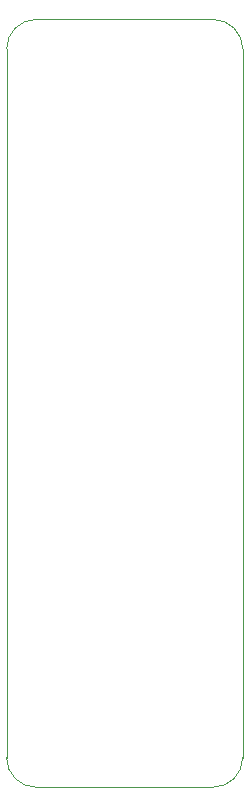
<source format=gbr>
%TF.GenerationSoftware,KiCad,Pcbnew,6.0.9+dfsg-1~bpo11+1*%
%TF.CreationDate,2022-12-01T10:00:23+01:00*%
%TF.ProjectId,019-tayloe-quadrature-product-detector,3031392d-7461-4796-9c6f-652d71756164,1*%
%TF.SameCoordinates,Original*%
%TF.FileFunction,Profile,NP*%
%FSLAX46Y46*%
G04 Gerber Fmt 4.6, Leading zero omitted, Abs format (unit mm)*
G04 Created by KiCad (PCBNEW 6.0.9+dfsg-1~bpo11+1) date 2022-12-01 10:00:23*
%MOMM*%
%LPD*%
G01*
G04 APERTURE LIST*
%TA.AperFunction,Profile*%
%ADD10C,0.100000*%
%TD*%
G04 APERTURE END LIST*
D10*
X152500000Y-30000000D02*
G75*
G03*
X150000000Y-32500000I0J-2500000D01*
G01*
X152500000Y-30000000D02*
X167500000Y-30000000D01*
X170000000Y-32500000D02*
G75*
G03*
X167500000Y-30000000I-2500000J0D01*
G01*
X150000000Y-92500000D02*
X150000000Y-32500000D01*
X150000000Y-92500000D02*
G75*
G03*
X152500000Y-95000000I2500000J0D01*
G01*
X170000000Y-32500000D02*
X170000000Y-92500000D01*
X167500000Y-95000000D02*
G75*
G03*
X170000000Y-92500000I0J2500000D01*
G01*
X167500000Y-95000000D02*
X152500000Y-95000000D01*
M02*

</source>
